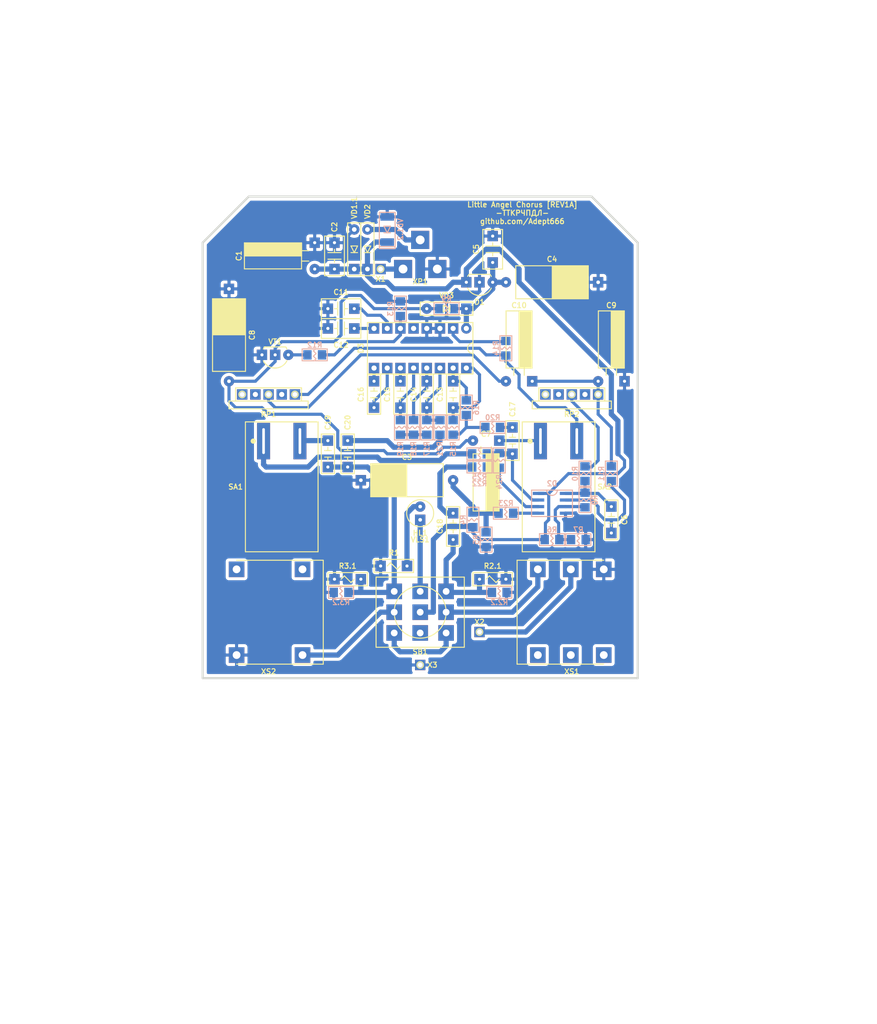
<source format=kicad_pcb>
(kicad_pcb (version 20171130) (host pcbnew 5.1.6-c6e7f7d~87~ubuntu19.10.1)
  (title_block (title "Little Angel Chorus") (date 2021-07-29) (rev 1A) (company "Igor Ivanov") (comment 1 https://github.com/Adept666) (comment 2 "This project is licensed under GNU General Public License v3.0 or later"))
  (layers (0 F.Cu jumper) (31 B.Cu signal) (36 B.SilkS user) (37 F.SilkS user) (38 B.Mask user) (44 Edge.Cuts user))
  (net 0 "")
  (net 1 COM)
  (net 2 "Net-(HL1-PadC)")
  (net 3 /LED)
  (net 4 "Net-(SB1-PadNC1)")
  (net 5 "Net-(SB1-PadNC2)")
  (net 6 "Net-(XS1-PadSN)")
  (net 7 "Net-(XS1-PadRN)")
  (net 8 "Net-(XS1-PadTN)")
  (net 9 "Net-(XS2-PadSN)")
  (net 10 "Net-(XS2-PadTN)")
  (net 11 /IN-SCH)
  (net 12 /IN-CON)
  (net 13 /OUT-SCH)
  (net 14 /OUT-CON)
  (net 15 /PP3-POS)
  (net 16 /PP3-NEG)
  (net 17 "Net-(C13-Pad1)")
  (net 18 "Net-(C11-Pad2)")
  (net 19 "Net-(C12-Pad2)")
  (net 20 "Net-(C13-Pad2)")
  (net 21 "Net-(C17-Pad2)")
  (net 22 "Net-(C19-Pad1)")
  (net 23 "Net-(D2-Pad6)")
  (net 24 "Net-(D2-Pad5)")
  (net 25 "Net-(D3-Pad6)")
  (net 26 "Net-(D3-Pad5)")
  (net 27 V)
  (net 28 "Net-(R10-Pad2)")
  (net 29 "Net-(RP1-Pad1)")
  (net 30 VB)
  (net 31 VA)
  (net 32 VC)
  (net 33 "Net-(VD2-PadA)")
  (net 34 "Net-(C10-Pad-)")
  (net 35 "Net-(C10-Pad+)")
  (net 36 "Net-(C14-Pad1)")
  (net 37 "Net-(C14-Pad2)")
  (net 38 "Net-(C15-Pad1)")
  (net 39 "Net-(C15-Pad2)")
  (net 40 "Net-(C16-Pad2)")
  (net 41 "Net-(C16-Pad1)")
  (net 42 "Net-(C17-Pad1)")
  (net 43 "Net-(C18-Pad2)")
  (net 44 "Net-(C20-Pad1)")
  (net 45 "Net-(D3-Pad2)")
  (net 46 "Net-(R12-Pad1)")
  (net 47 "Net-(R14-Pad1)")
  (net 48 "Net-(R15-Pad2)")
  (net 49 "Net-(R17-Pad2)")
  (net 50 "Net-(R25-Pad2)")
  (net 51 "Net-(RP2-Pad1)")
  (net 52 "Net-(C6-Pad1)")
  (net 53 "Net-(C6-Pad2)")
  (net 54 "Net-(C7-Pad+)")
  (net 55 "Net-(C7-Pad-)")
  (module SBEL:G0473_A1 (layer F.Cu) (at 105.41 148.59)
    (fp_text reference VE1 hide)
    (fp_text value G0473 hide)
  )
  (module SBKCL:RP-RK1233N1-KC-PCB (layer F.Cu) (at 134.62 122.08)
    (fp_text reference RP2 (at 0 12.54) (layer F.SilkS) (effects (font (thickness 0.2))))
    (fp_text value B50K)
    (pad 3 thru_hole rect (at 5.08 8.73) (size 2 2) (drill 1) (layers B.Cu B.Mask) (net 34 "Net-(C10-Pad-)"))
    (pad NC2 thru_hole rect (at 2.54 8.73) (size 2 2) (drill 1) (layers B.Cu B.Mask))
    (pad 2 thru_hole rect (at 0 8.73) (size 2 2) (drill 1) (layers B.Cu B.Mask) (net 28 "Net-(R10-Pad2)"))
    (pad NC1 thru_hole rect (at -2.54 8.73) (size 2 2) (drill 1) (layers B.Cu B.Mask))
    (pad 1 thru_hole rect (at -5.08 8.73) (size 2 2) (drill 1) (layers B.Cu B.Mask) (net 51 "Net-(RP2-Pad1)"))
  )
  (module SBKCL:RP-RK1233N1-KC-PCB (layer F.Cu) (at 76.2 122.08)
    (fp_text reference RP1 (at 0 12.54) (layer F.SilkS) (effects (font (thickness 0.2))))
    (fp_text value B50K)
    (pad 3 thru_hole rect (at 5.08 8.73) (size 2 2) (drill 1) (layers B.Cu B.Mask) (net 47 "Net-(R14-Pad1)"))
    (pad NC2 thru_hole rect (at 2.54 8.73) (size 2 2) (drill 1) (layers B.Cu B.Mask))
    (pad 2 thru_hole rect (at 0 8.73) (size 2 2) (drill 1) (layers B.Cu B.Mask) (net 35 "Net-(C10-Pad+)"))
    (pad NC1 thru_hole rect (at -2.54 8.73) (size 2 2) (drill 1) (layers B.Cu B.Mask))
    (pad 1 thru_hole rect (at -5.08 8.73) (size 2 2) (drill 1) (layers B.Cu B.Mask) (net 29 "Net-(RP1-Pad1)"))
  )
  (module KCL:P-SO-08 (layer B.Cu) (at 130.81 151.765 180)
    (fp_text reference D2 (at 0 3.81) (layer B.SilkS) (effects (font (thickness 0.2)) (justify mirror)))
    (fp_text value 5532)
    (pad 8 smd rect (at 2.6 1.905 180) (size 2.2 0.6) (layers B.Cu B.Mask) (net 27 V))
    (pad 7 smd rect (at 2.6 0.635 180) (size 2.2 0.6) (layers B.Cu B.Mask) (net 21 "Net-(C17-Pad2)"))
    (pad 6 smd rect (at 2.6 -0.635 180) (size 2.2 0.6) (layers B.Cu B.Mask) (net 23 "Net-(D2-Pad6)"))
    (pad 5 smd rect (at 2.6 -1.905 180) (size 2.2 0.6) (layers B.Cu B.Mask) (net 24 "Net-(D2-Pad5)"))
    (pad 4 smd rect (at -2.6 -1.905 180) (size 2.2 0.6) (layers B.Cu B.Mask) (net 1 COM))
    (pad 3 smd rect (at -2.6 -0.635 180) (size 2.2 0.6) (layers B.Cu B.Mask) (net 32 VC))
    (pad 2 smd rect (at -2.6 0.635 180) (size 2.2 0.6) (layers B.Cu B.Mask) (net 53 "Net-(C6-Pad2)"))
    (pad 1 smd rect (at -2.6 1.905 180) (size 2.2 0.6) (layers B.Cu B.Mask) (net 52 "Net-(C6-Pad1)"))
  )
  (module KCL:R-SM-1206 (layer B.Cu) (at 90.17 168.91)
    (fp_text reference R3.2 (at 0 1.905) (layer B.SilkS) (effects (font (thickness 0.2)) (justify mirror)))
    (fp_text value 104)
    (pad 2 smd rect (at 1.4 0) (size 1.6 1.8) (layers B.Cu B.Mask) (net 13 /OUT-SCH))
    (pad 1 smd rect (at -1.4 0) (size 1.6 1.8) (layers B.Cu B.Mask) (net 1 COM))
  )
  (module KCL:R-SM-1206 (layer B.Cu) (at 120.65 168.91 180)
    (fp_text reference R2.2 (at 0 -1.905) (layer B.SilkS) (effects (font (thickness 0.2)) (justify mirror)))
    (fp_text value 105)
    (pad 2 smd rect (at 1.4 0 180) (size 1.6 1.8) (layers B.Cu B.Mask) (net 11 /IN-SCH))
    (pad 1 smd rect (at -1.4 0 180) (size 1.6 1.8) (layers B.Cu B.Mask) (net 1 COM))
  )
  (module KCL:R-SM-1206 (layer B.Cu) (at 135.89 158.75 180)
    (fp_text reference R7 (at 0 1.905) (layer B.SilkS) (effects (font (thickness 0.2)) (justify mirror)))
    (fp_text value 473)
    (pad 2 smd rect (at 1.4 0 180) (size 1.6 1.8) (layers B.Cu B.Mask) (net 32 VC))
    (pad 1 smd rect (at -1.4 0 180) (size 1.6 1.8) (layers B.Cu B.Mask) (net 1 COM))
  )
  (module KCL:R-SM-1206 (layer B.Cu) (at 130.81 158.75 180)
    (fp_text reference R6 (at 0 1.905) (layer B.SilkS) (effects (font (thickness 0.2)) (justify mirror)))
    (fp_text value 104)
    (pad 2 smd rect (at 1.4 0 180) (size 1.6 1.8) (layers B.Cu B.Mask) (net 27 V))
    (pad 1 smd rect (at -1.4 0 180) (size 1.6 1.8) (layers B.Cu B.Mask) (net 32 VC))
  )
  (module KCL:R-SM-1206 (layer B.Cu) (at 118.11 158.75 90)
    (fp_text reference R5 (at 0 -1.905 270) (layer B.SilkS) (effects (font (thickness 0.2)) (justify mirror)))
    (fp_text value 103)
    (pad 2 smd rect (at 1.4 0 90) (size 1.6 1.8) (layers B.Cu B.Mask) (net 30 VB))
    (pad 1 smd rect (at -1.4 0 90) (size 1.6 1.8) (layers B.Cu B.Mask) (net 1 COM))
  )
  (module KCL:R-SM-1206 (layer B.Cu) (at 115.57 154.94 270)
    (fp_text reference R4 (at 0 1.905 90) (layer B.SilkS) (effects (font (thickness 0.2)) (justify mirror)))
    (fp_text value 103)
    (pad 2 smd rect (at 1.4 0 270) (size 1.6 1.8) (layers B.Cu B.Mask) (net 27 V))
    (pad 1 smd rect (at -1.4 0 270) (size 1.6 1.8) (layers B.Cu B.Mask) (net 30 VB))
  )
  (module KCL:CP-AXIAL-D06-L13-d0.6 (layer F.Cu) (at 102.87 147.32 180)
    (fp_text reference C3 (at 0 4.445) (layer F.SilkS) (effects (font (thickness 0.2))))
    (fp_text value 476)
    (pad - thru_hole rect (at 8.89 0 180) (size 2 2) (drill 0.7) (layers *.Cu *.Mask) (net 1 COM))
    (pad + thru_hole circle (at -8.89 0 180) (size 2 2) (drill 0.7) (layers *.Cu *.Mask) (net 30 VB))
  )
  (module KCL:SW-KN3-1-PCB (layer F.Cu) (at 132.08 148.59)
    (fp_text reference SA2 (at 8.89 0) (layer F.SilkS) (effects (font (thickness 0.2))))
    (fp_text value KN3-1)
    (pad NO thru_hole rect (at 3.5 -8.8) (size 2.5 7) (drill oval 0.5 5) (layers B.Cu B.Mask) (net 47 "Net-(R14-Pad1)"))
    (pad COM thru_hole rect (at -3.5 -8.8) (size 2.5 7) (drill oval 0.5 5) (layers B.Cu B.Mask) (net 55 "Net-(C7-Pad-)"))
  )
  (module KCL:SW-KN3-1-PCB (layer F.Cu) (at 78.74 148.59)
    (fp_text reference SA1 (at -8.89 0) (layer F.SilkS) (effects (font (thickness 0.2))))
    (fp_text value KN3-1)
    (pad NO thru_hole rect (at 3.5 -8.8) (size 2.5 7) (drill oval 0.5 5) (layers B.Cu B.Mask) (net 22 "Net-(C19-Pad1)"))
    (pad COM thru_hole rect (at -3.5 -8.8) (size 2.5 7) (drill oval 0.5 5) (layers B.Cu B.Mask) (net 50 "Net-(R25-Pad2)"))
  )
  (module KCL:CP-RADIAL-D05.0-P02.0-d0.5-L11-HD (layer F.Cu) (at 118.11 139.7)
    (fp_text reference C7 (at 0 -1.27) (layer F.SilkS) (effects (font (thickness 0.2))))
    (fp_text value 106)
    (pad + thru_hole circle (at -2.54 0) (size 2 2) (drill 0.6) (layers *.Cu *.Mask) (net 54 "Net-(C7-Pad+)"))
    (pad - thru_hole rect (at 2.54 0) (size 2 2) (drill 0.6) (layers *.Cu *.Mask) (net 55 "Net-(C7-Pad-)"))
  )
  (module KCL:P-DO-41 (layer F.Cu) (at 95.25 102.87 270)
    (fp_text reference VD2 (at -5.715 0 90) (layer F.SilkS) (effects (font (thickness 0.2)) (justify left)))
    (fp_text value 5817)
    (pad A thru_hole circle (at -3.81 0 270) (size 2 2) (drill 0.9) (layers *.Cu *.Mask) (net 33 "Net-(VD2-PadA)"))
    (pad C thru_hole rect (at 3.81 0 270) (size 2 2) (drill 0.9) (layers *.Cu *.Mask) (net 27 V))
  )
  (module KCL:P-TO-92-C-B-E (layer F.Cu) (at 77.47 123.19 180)
    (fp_text reference VT1 (at 0 2.54) (layer F.SilkS) (effects (font (thickness 0.2))))
    (fp_text value 3904)
    (pad E thru_hole rect (at 2.54 0 180) (size 2 2) (drill 0.6) (layers *.Cu *.Mask) (net 1 COM))
    (pad B thru_hole rect (at 0 0 180) (size 2 2) (drill 0.6) (layers *.Cu *.Mask) (net 54 "Net-(C7-Pad+)"))
    (pad C thru_hole circle (at -2.54 0 180) (size 2 2) (drill 0.6) (layers *.Cu *.Mask) (net 46 "Net-(R12-Pad1)"))
  )
  (module KCL:P-DO-35 (layer F.Cu) (at 110.49 114.3)
    (fp_text reference VD3 (at 0 -2.54) (layer F.SilkS) (effects (font (thickness 0.2))))
    (fp_text value 4148)
    (pad A thru_hole circle (at -3.81 0) (size 2 2) (drill 0.6) (layers *.Cu *.Mask) (net 54 "Net-(C7-Pad+)"))
    (pad C thru_hole rect (at 3.81 0) (size 2 2) (drill 0.6) (layers *.Cu *.Mask) (net 31 VA))
  )
  (module KCL:R-SM-1206 (layer B.Cu) (at 137.16 146.05 90)
    (fp_text reference R10 (at 0 -1.905 90) (layer B.SilkS) (effects (font (thickness 0.2)) (justify mirror)))
    (fp_text value 472)
    (pad 2 smd rect (at 1.4 0 90) (size 1.6 1.8) (layers B.Cu B.Mask) (net 28 "Net-(R10-Pad2)"))
    (pad 1 smd rect (at -1.4 0 90) (size 1.6 1.8) (layers B.Cu B.Mask) (net 52 "Net-(C6-Pad1)"))
  )
  (module KCL:R-SM-1206 (layer B.Cu) (at 142.24 146.05 90)
    (fp_text reference R11 (at 0 -1.905 90) (layer B.SilkS) (effects (font (thickness 0.2)) (justify mirror)))
    (fp_text value 224)
    (pad 2 smd rect (at 1.4 0 90) (size 1.6 1.8) (layers B.Cu B.Mask) (net 34 "Net-(C10-Pad-)"))
    (pad 1 smd rect (at -1.4 0 90) (size 1.6 1.8) (layers B.Cu B.Mask) (net 53 "Net-(C6-Pad2)"))
  )
  (module KCL:R-SM-1206 (layer B.Cu) (at 121.92 121.92 90)
    (fp_text reference R14 (at 0 -1.905 90) (layer B.SilkS) (effects (font (thickness 0.2)) (justify mirror)))
    (fp_text value 333)
    (pad 2 smd rect (at 1.4 0 90) (size 1.6 1.8) (layers B.Cu B.Mask) (net 45 "Net-(D3-Pad2)"))
    (pad 1 smd rect (at -1.4 0 90) (size 1.6 1.8) (layers B.Cu B.Mask) (net 47 "Net-(R14-Pad1)"))
  )
  (module KCL:R-SM-1206 (layer B.Cu) (at 121.92 153.67)
    (fp_text reference R23 (at 0 -1.905) (layer B.SilkS) (effects (font (thickness 0.2)) (justify mirror)))
    (fp_text value 334)
    (pad 2 smd rect (at 1.4 0) (size 1.6 1.8) (layers B.Cu B.Mask) (net 24 "Net-(D2-Pad5)"))
    (pad 1 smd rect (at -1.4 0) (size 1.6 1.8) (layers B.Cu B.Mask) (net 30 VB))
  )
  (module KCL:R-SM-1206 (layer B.Cu) (at 101.6 114.3 270)
    (fp_text reference R13 (at 0 1.905 90) (layer B.SilkS) (effects (font (thickness 0.2)) (justify mirror)))
    (fp_text value 222)
    (pad 2 smd rect (at 1.4 0 270) (size 1.6 1.8) (layers B.Cu B.Mask) (net 25 "Net-(D3-Pad6)"))
    (pad 1 smd rect (at -1.4 0 270) (size 1.6 1.8) (layers B.Cu B.Mask) (net 1 COM))
  )
  (module KCL:R-SM-1206 (layer B.Cu) (at 110.49 114.3)
    (fp_text reference R9 (at 0 -1.905) (layer B.SilkS) (effects (font (thickness 0.2)) (justify mirror)))
    (fp_text value 683)
    (pad 2 smd rect (at 1.4 0) (size 1.6 1.8) (layers B.Cu B.Mask) (net 31 VA))
    (pad 1 smd rect (at -1.4 0) (size 1.6 1.8) (layers B.Cu B.Mask) (net 54 "Net-(C7-Pad+)"))
  )
  (module KCL:CP-RADIAL-D05.0-P02.0-d0.5-L11-HU (layer F.Cu) (at 142.24 128.27)
    (fp_text reference C9 (at 0 -14.605) (layer F.SilkS) (effects (font (thickness 0.2))))
    (fp_text value 106)
    (pad + thru_hole circle (at -2.54 0) (size 2 2) (drill 0.6) (layers *.Cu *.Mask) (net 34 "Net-(C10-Pad-)"))
    (pad - thru_hole rect (at 2.54 0) (size 2 2) (drill 0.6) (layers *.Cu *.Mask) (net 1 COM))
  )
  (module KCL:CP-RADIAL-D05.0-P02.0-d0.5-L11-HU (layer F.Cu) (at 124.46 128.27)
    (fp_text reference C10 (at 0 -14.605) (layer F.SilkS) (effects (font (thickness 0.2))))
    (fp_text value 106)
    (pad + thru_hole circle (at -2.54 0) (size 2 2) (drill 0.6) (layers *.Cu *.Mask) (net 35 "Net-(C10-Pad+)"))
    (pad - thru_hole rect (at 2.54 0) (size 2 2) (drill 0.6) (layers *.Cu *.Mask) (net 34 "Net-(C10-Pad-)"))
  )
  (module KCL:CP-AXIAL-D06-L13-d0.6 (layer F.Cu) (at 68.58 119.38 90)
    (fp_text reference C8 (at 0 4.445 90) (layer F.SilkS) (effects (font (thickness 0.2))))
    (fp_text value 476)
    (pad - thru_hole rect (at 8.89 0 90) (size 2 2) (drill 0.7) (layers *.Cu *.Mask) (net 1 COM))
    (pad + thru_hole circle (at -8.89 0 90) (size 2 2) (drill 0.7) (layers *.Cu *.Mask) (net 54 "Net-(C7-Pad+)"))
  )
  (module KCL:C-RECT-L07.3-W02.5-P05.08-d0.5 (layer F.Cu) (at 87.63 142.24 270)
    (fp_text reference C19 (at -4.445 0 90) (layer F.SilkS) (effects (font (thickness 0.2)) (justify left)))
    (fp_text value 104)
    (pad 1 thru_hole rect (at -2.54 0 270) (size 2 2) (drill 0.6) (layers B.Cu B.Mask) (net 22 "Net-(C19-Pad1)"))
    (pad 2 thru_hole rect (at 2.54 0 270) (size 2 2) (drill 0.6) (layers B.Cu B.Mask) (net 13 /OUT-SCH))
  )
  (module KCL:C-RECT-L07.3-W02.5-P05.08-d0.5 (layer F.Cu) (at 142.24 154.94 270)
    (fp_text reference C6 (at 0 -2.54 90) (layer F.SilkS) (effects (font (thickness 0.2))))
    (fp_text value 103)
    (pad 1 thru_hole rect (at -2.54 0 270) (size 2 2) (drill 0.6) (layers B.Cu B.Mask) (net 52 "Net-(C6-Pad1)"))
    (pad 2 thru_hole rect (at 2.54 0 270) (size 2 2) (drill 0.6) (layers B.Cu B.Mask) (net 53 "Net-(C6-Pad2)"))
  )
  (module KCL:C-RECT-L07.3-W02.5-P05.08-d0.5 (layer F.Cu) (at 91.44 142.24 270)
    (fp_text reference C20 (at -4.445 0 90) (layer F.SilkS) (effects (font (thickness 0.2)) (justify left)))
    (fp_text value 104)
    (pad 1 thru_hole rect (at -2.54 0 270) (size 2 2) (drill 0.6) (layers B.Cu B.Mask) (net 44 "Net-(C20-Pad1)"))
    (pad 2 thru_hole rect (at 2.54 0 270) (size 2 2) (drill 0.6) (layers B.Cu B.Mask) (net 13 /OUT-SCH))
  )
  (module KCL:C-RECT-L07.3-W02.5-P05.08-d0.5 (layer F.Cu) (at 123.19 139.7 270)
    (fp_text reference C17 (at -4.445 0 90) (layer F.SilkS) (effects (font (thickness 0.2)) (justify left)))
    (fp_text value 104)
    (pad 1 thru_hole rect (at -2.54 0 270) (size 2 2) (drill 0.6) (layers B.Cu B.Mask) (net 42 "Net-(C17-Pad1)"))
    (pad 2 thru_hole rect (at 2.54 0 270) (size 2 2) (drill 0.6) (layers B.Cu B.Mask) (net 21 "Net-(C17-Pad2)"))
  )
  (module KCL:P-DO-41 (layer F.Cu) (at 92.71 102.87 270)
    (fp_text reference VD1.1 (at -5.715 0 90) (layer F.SilkS) (effects (font (thickness 0.2)) (justify left)))
    (fp_text value 400x)
    (pad A thru_hole circle (at -3.81 0 270) (size 2 2) (drill 0.9) (layers *.Cu *.Mask) (net 1 COM))
    (pad C thru_hole rect (at 3.81 0 270) (size 2 2) (drill 0.9) (layers *.Cu *.Mask) (net 27 V))
  )
  (module KCL:R-SM-1206 (layer B.Cu) (at 85.09 123.19)
    (fp_text reference R12 (at 0 -1.905) (layer B.SilkS) (effects (font (thickness 0.2)) (justify mirror)))
    (fp_text value 101)
    (pad 2 smd rect (at 1.4 0) (size 1.6 1.8) (layers B.Cu B.Mask) (net 25 "Net-(D3-Pad6)"))
    (pad 1 smd rect (at -1.4 0) (size 1.6 1.8) (layers B.Cu B.Mask) (net 46 "Net-(R12-Pad1)"))
  )
  (module KCL:R-SM-1206 (layer B.Cu) (at 137.16 151.13 90)
    (fp_text reference R8 (at 0 1.905 90) (layer B.SilkS) (effects (font (thickness 0.2)) (justify mirror)))
    (fp_text value 224)
    (pad 2 smd rect (at 1.4 0 90) (size 1.6 1.8) (layers B.Cu B.Mask) (net 52 "Net-(C6-Pad1)"))
    (pad 1 smd rect (at -1.4 0 90) (size 1.6 1.8) (layers B.Cu B.Mask) (net 32 VC))
  )
  (module KCL:R-SM-1206 (layer B.Cu) (at 109.22 137.16 270)
    (fp_text reference R21 (at 2.54 0 90) (layer B.SilkS) (effects (font (thickness 0.2)) (justify left mirror)))
    (fp_text value 103)
    (pad 2 smd rect (at 1.4 0 270) (size 1.6 1.8) (layers B.Cu B.Mask) (net 44 "Net-(C20-Pad1)"))
    (pad 1 smd rect (at -1.4 0 270) (size 1.6 1.8) (layers B.Cu B.Mask) (net 36 "Net-(C14-Pad1)"))
  )
  (module KCL:R-SM-1206 (layer B.Cu) (at 116.84 142.24 180)
    (fp_text reference R25 (at 0 -4.445) (layer B.SilkS) (effects (font (thickness 0.2)) (justify mirror)))
    (fp_text value 103)
    (pad 2 smd rect (at 1.4 0 180) (size 1.6 1.8) (layers B.Cu B.Mask) (net 50 "Net-(R25-Pad2)"))
    (pad 1 smd rect (at -1.4 0 180) (size 1.6 1.8) (layers B.Cu B.Mask) (net 21 "Net-(C17-Pad2)"))
  )
  (module KCL:R-SM-1206 (layer B.Cu) (at 119.38 137.16)
    (fp_text reference R20 (at 0 -1.905) (layer B.SilkS) (effects (font (thickness 0.2)) (justify mirror)))
    (fp_text value 103)
    (pad 2 smd rect (at 1.4 0) (size 1.6 1.8) (layers B.Cu B.Mask) (net 42 "Net-(C17-Pad1)"))
    (pad 1 smd rect (at -1.4 0) (size 1.6 1.8) (layers B.Cu B.Mask) (net 48 "Net-(R15-Pad2)"))
  )
  (module KCL:R-SM-1206 (layer B.Cu) (at 101.6 137.16 270)
    (fp_text reference R19 (at 2.54 0 90) (layer B.SilkS) (effects (font (thickness 0.2)) (justify left mirror)))
    (fp_text value 103)
    (pad 2 smd rect (at 1.4 0 270) (size 1.6 1.8) (layers B.Cu B.Mask) (net 49 "Net-(R17-Pad2)"))
    (pad 1 smd rect (at -1.4 0 270) (size 1.6 1.8) (layers B.Cu B.Mask) (net 38 "Net-(C15-Pad1)"))
  )
  (module KCL:R-SM-1206 (layer B.Cu) (at 104.14 137.16 270)
    (fp_text reference R18 (at 2.54 0 90) (layer B.SilkS) (effects (font (thickness 0.2)) (justify left mirror)))
    (fp_text value 103)
    (pad 2 smd rect (at 1.4 0 270) (size 1.6 1.8) (layers B.Cu B.Mask) (net 49 "Net-(R17-Pad2)"))
    (pad 1 smd rect (at -1.4 0 270) (size 1.6 1.8) (layers B.Cu B.Mask) (net 37 "Net-(C14-Pad2)"))
  )
  (module KCL:R-SM-1206 (layer B.Cu) (at 106.68 137.16 270)
    (fp_text reference R17 (at 2.54 0 90) (layer B.SilkS) (effects (font (thickness 0.2)) (justify left mirror)))
    (fp_text value 103)
    (pad 2 smd rect (at 1.4 0 270) (size 1.6 1.8) (layers B.Cu B.Mask) (net 49 "Net-(R17-Pad2)"))
    (pad 1 smd rect (at -1.4 0 270) (size 1.6 1.8) (layers B.Cu B.Mask) (net 36 "Net-(C14-Pad1)"))
  )
  (module KCL:R-SM-1206 (layer B.Cu) (at 114.3 133.35 270)
    (fp_text reference R16 (at 0 -1.905 90) (layer B.SilkS) (effects (font (thickness 0.2)) (justify mirror)))
    (fp_text value 103)
    (pad 2 smd rect (at 1.4 0 270) (size 1.6 1.8) (layers B.Cu B.Mask) (net 48 "Net-(R15-Pad2)"))
    (pad 1 smd rect (at -1.4 0 270) (size 1.6 1.8) (layers B.Cu B.Mask) (net 20 "Net-(C13-Pad2)"))
  )
  (module KCL:R-SM-1206 (layer B.Cu) (at 111.76 137.16 270)
    (fp_text reference R15 (at 2.54 0 90) (layer B.SilkS) (effects (font (thickness 0.2)) (justify left mirror)))
    (fp_text value 103)
    (pad 2 smd rect (at 1.4 0 270) (size 1.6 1.8) (layers B.Cu B.Mask) (net 48 "Net-(R15-Pad2)"))
    (pad 1 smd rect (at -1.4 0 270) (size 1.6 1.8) (layers B.Cu B.Mask) (net 17 "Net-(C13-Pad1)"))
  )
  (module KCL:R-SM-1206 (layer B.Cu) (at 120.65 143.51 90)
    (fp_text reference R24 (at -2.54 0 90) (layer B.SilkS) (effects (font (thickness 0.2)) (justify left mirror)))
    (fp_text value 105)
    (pad 2 smd rect (at 1.4 0 90) (size 1.6 1.8) (layers B.Cu B.Mask) (net 21 "Net-(C17-Pad2)"))
    (pad 1 smd rect (at -1.4 0 90) (size 1.6 1.8) (layers B.Cu B.Mask) (net 23 "Net-(D2-Pad6)"))
  )
  (module KCL:R-SM-1206 (layer B.Cu) (at 116.84 144.78)
    (fp_text reference R22 (at 0 3.175) (layer B.SilkS) (effects (font (thickness 0.2)) (justify mirror)))
    (fp_text value 474)
    (pad 2 smd rect (at 1.4 0) (size 1.6 1.8) (layers B.Cu B.Mask) (net 23 "Net-(D2-Pad6)"))
    (pad 1 smd rect (at -1.4 0) (size 1.6 1.8) (layers B.Cu B.Mask) (net 43 "Net-(C18-Pad2)"))
  )
  (module KCL:P-DIP-16 (layer F.Cu) (at 105.41 121.92 270)
    (fp_text reference D3 (at 0 11.43 90) (layer F.SilkS) (effects (font (thickness 0.2))))
    (fp_text value 2399)
    (pad 10 thru_hole rect (at 3.81 6.35 270) (size 2 2) (drill 1) (layers *.Cu *.Mask) (net 41 "Net-(C16-Pad1)"))
    (pad 9 thru_hole rect (at 3.81 8.89 270) (size 2 2) (drill 1) (layers *.Cu *.Mask) (net 40 "Net-(C16-Pad2)"))
    (pad 12 thru_hole rect (at 3.81 1.27 270) (size 2 2) (drill 1) (layers *.Cu *.Mask) (net 38 "Net-(C15-Pad1)"))
    (pad 11 thru_hole rect (at 3.81 3.81 270) (size 2 2) (drill 1) (layers *.Cu *.Mask) (net 39 "Net-(C15-Pad2)"))
    (pad 8 thru_hole rect (at -3.81 8.89 270) (size 2 2) (drill 1) (layers *.Cu *.Mask) (net 19 "Net-(C12-Pad2)"))
    (pad 6 thru_hole rect (at -3.81 3.81 270) (size 2 2) (drill 1) (layers *.Cu *.Mask) (net 25 "Net-(D3-Pad6)"))
    (pad 7 thru_hole rect (at -3.81 6.35 270) (size 2 2) (drill 1) (layers *.Cu *.Mask) (net 18 "Net-(C11-Pad2)"))
    (pad 5 thru_hole rect (at -3.81 1.27 270) (size 2 2) (drill 1) (layers *.Cu *.Mask) (net 26 "Net-(D3-Pad5)"))
    (pad 16 thru_hole rect (at 3.81 -8.89 270) (size 2 2) (drill 1) (layers *.Cu *.Mask) (net 17 "Net-(C13-Pad1)"))
    (pad 15 thru_hole rect (at 3.81 -6.35 270) (size 2 2) (drill 1) (layers *.Cu *.Mask) (net 20 "Net-(C13-Pad2)"))
    (pad 14 thru_hole rect (at 3.81 -3.81 270) (size 2 2) (drill 1) (layers *.Cu *.Mask) (net 36 "Net-(C14-Pad1)"))
    (pad 13 thru_hole rect (at 3.81 -1.27 270) (size 2 2) (drill 1) (layers *.Cu *.Mask) (net 37 "Net-(C14-Pad2)"))
    (pad 4 thru_hole rect (at -3.81 -1.27 270) (size 2 2) (drill 1) (layers *.Cu *.Mask) (net 1 COM))
    (pad 3 thru_hole rect (at -3.81 -3.81 270) (size 2 2) (drill 1) (layers *.Cu *.Mask) (net 1 COM))
    (pad 2 thru_hole rect (at -3.81 -6.35 270) (size 2 2) (drill 1) (layers *.Cu *.Mask) (net 45 "Net-(D3-Pad2)"))
    (pad 1 thru_hole circle (at -3.81 -8.89 270) (size 2 2) (drill 1) (layers *.Cu *.Mask) (net 31 VA))
  )
  (module KCL:P-TO-92-OUT-GND-IN (layer F.Cu) (at 116.84 109.22 180)
    (fp_text reference D1 (at 0 -3.81) (layer F.SilkS) (effects (font (thickness 0.2))))
    (fp_text value 78L05)
    (pad IN thru_hole rect (at 2.54 0 180) (size 2 2) (drill 0.6) (layers *.Cu *.Mask) (net 27 V))
    (pad GND thru_hole rect (at 0 0 180) (size 2 2) (drill 0.6) (layers *.Cu *.Mask) (net 1 COM))
    (pad OUT thru_hole circle (at -2.54 0 180) (size 2 2) (drill 0.6) (layers *.Cu *.Mask) (net 31 VA))
  )
  (module KCL:C-DISK-D04.2-T03.0-P05.08-d0.5 (layer F.Cu) (at 119.38 102.87 90)
    (fp_text reference C5 (at 0 -3.175 90) (layer F.SilkS) (effects (font (thickness 0.2))))
    (fp_text value 104)
    (pad 1 thru_hole rect (at -2.54 0 90) (size 2 2) (drill 0.6) (layers *.Cu *.Mask) (net 31 VA))
    (pad 2 thru_hole rect (at 2.54 0 90) (size 2 2) (drill 0.6) (layers *.Cu *.Mask) (net 1 COM))
  )
  (module KCL:CP-AXIAL-D06-L13-d0.6 (layer F.Cu) (at 130.81 109.22)
    (fp_text reference C4 (at 0 -4.445) (layer F.SilkS) (effects (font (thickness 0.2))))
    (fp_text value 476)
    (pad - thru_hole rect (at 8.89 0) (size 2 2) (drill 0.7) (layers *.Cu *.Mask) (net 1 COM))
    (pad + thru_hole circle (at -8.89 0) (size 2 2) (drill 0.7) (layers *.Cu *.Mask) (net 31 VA))
  )
  (module KCL:C-RECT-L07.3-W02.5-P05.08-d0.5 (layer F.Cu) (at 106.68 130.81 90)
    (fp_text reference C14 (at 0 -2.54 90) (layer F.SilkS) (effects (font (thickness 0.2))))
    (fp_text value 102)
    (pad 1 thru_hole rect (at -2.54 0 90) (size 2 2) (drill 0.6) (layers B.Cu B.Mask) (net 36 "Net-(C14-Pad1)"))
    (pad 2 thru_hole rect (at 2.54 0 90) (size 2 2) (drill 0.6) (layers B.Cu B.Mask) (net 37 "Net-(C14-Pad2)"))
  )
  (module KCL:C-RECT-L07.3-W02.5-P05.08-d0.5 (layer F.Cu) (at 111.76 130.81 90)
    (fp_text reference C13 (at 0 -2.54 90) (layer F.SilkS) (effects (font (thickness 0.2))))
    (fp_text value 332)
    (pad 1 thru_hole rect (at -2.54 0 90) (size 2 2) (drill 0.6) (layers B.Cu B.Mask) (net 17 "Net-(C13-Pad1)"))
    (pad 2 thru_hole rect (at 2.54 0 90) (size 2 2) (drill 0.6) (layers B.Cu B.Mask) (net 20 "Net-(C13-Pad2)"))
  )
  (module KCL:C-RECT-L07.3-W02.5-P05.08-d0.5 (layer F.Cu) (at 96.52 130.81 90)
    (fp_text reference C16 (at 0 -2.54 90) (layer F.SilkS) (effects (font (thickness 0.2))))
    (fp_text value 103)
    (pad 1 thru_hole rect (at -2.54 0 90) (size 2 2) (drill 0.6) (layers B.Cu B.Mask) (net 41 "Net-(C16-Pad1)"))
    (pad 2 thru_hole rect (at 2.54 0 90) (size 2 2) (drill 0.6) (layers B.Cu B.Mask) (net 40 "Net-(C16-Pad2)"))
  )
  (module KCL:C-RECT-L07.3-W02.5-P05.08-d0.5 (layer F.Cu) (at 101.6 130.81 90)
    (fp_text reference C15 (at 0 -2.54 90) (layer F.SilkS) (effects (font (thickness 0.2))))
    (fp_text value 103)
    (pad 1 thru_hole rect (at -2.54 0 90) (size 2 2) (drill 0.6) (layers B.Cu B.Mask) (net 38 "Net-(C15-Pad1)"))
    (pad 2 thru_hole rect (at 2.54 0 90) (size 2 2) (drill 0.6) (layers B.Cu B.Mask) (net 39 "Net-(C15-Pad2)"))
  )
  (module KCL:C-RECT-L07.3-W02.5-P05.08-d0.5 (layer F.Cu) (at 111.76 156.21 90)
    (fp_text reference C18 (at 0 -2.54 90) (layer F.SilkS) (effects (font (thickness 0.2))))
    (fp_text value 104)
    (pad 1 thru_hole rect (at -2.54 0 90) (size 2 2) (drill 0.6) (layers B.Cu B.Mask) (net 11 /IN-SCH))
    (pad 2 thru_hole rect (at 2.54 0 90) (size 2 2) (drill 0.6) (layers B.Cu B.Mask) (net 43 "Net-(C18-Pad2)"))
  )
  (module KCL:C-DISK-D04.2-T03.0-P05.08-d0.5 (layer F.Cu) (at 90.17 118.11)
    (fp_text reference C12 (at 0 3.175) (layer F.SilkS) (effects (font (thickness 0.2))))
    (fp_text value 104)
    (pad 1 thru_hole rect (at -2.54 0) (size 2 2) (drill 0.6) (layers *.Cu *.Mask) (net 1 COM))
    (pad 2 thru_hole rect (at 2.54 0) (size 2 2) (drill 0.6) (layers *.Cu *.Mask) (net 19 "Net-(C12-Pad2)"))
  )
  (module KCL:C-DISK-D04.2-T03.0-P05.08-d0.5 (layer F.Cu) (at 90.17 114.3)
    (fp_text reference C11 (at 0 -3.175) (layer F.SilkS) (effects (font (thickness 0.2))))
    (fp_text value 104)
    (pad 1 thru_hole rect (at -2.54 0) (size 2 2) (drill 0.6) (layers *.Cu *.Mask) (net 1 COM))
    (pad 2 thru_hole rect (at 2.54 0) (size 2 2) (drill 0.6) (layers *.Cu *.Mask) (net 18 "Net-(C11-Pad2)"))
  )
  (module KCL:R-MFR-12 (layer F.Cu) (at 91.44 166.37)
    (fp_text reference R3.1 (at 0 -2.54) (layer F.SilkS) (effects (font (thickness 0.2))))
    (fp_text value 104)
    (pad 1 thru_hole rect (at -2.54 0) (size 2 2) (drill 0.6) (layers *.Cu *.Mask) (net 1 COM))
    (pad 2 thru_hole rect (at 2.54 0) (size 2 2) (drill 0.6) (layers *.Cu *.Mask) (net 13 /OUT-SCH))
  )
  (module KCL:CON-PAD-S-1.0-2.0 (layer F.Cu) (at 105.41 182.88)
    (fp_text reference X3 (at 1.27 0) (layer F.SilkS) (effects (font (thickness 0.2)) (justify left)))
    (fp_text value COM)
    (pad 1 thru_hole rect (at 0 0) (size 2 2) (drill 1) (layers B.Cu B.Mask) (net 1 COM))
  )
  (module KCL:R-MFR-12 (layer F.Cu) (at 119.38 166.37 180)
    (fp_text reference R2.1 (at 0 2.54) (layer F.SilkS) (effects (font (thickness 0.2))))
    (fp_text value 105)
    (pad 1 thru_hole rect (at -2.54 0 180) (size 2 2) (drill 0.6) (layers *.Cu *.Mask) (net 1 COM))
    (pad 2 thru_hole rect (at 2.54 0 180) (size 2 2) (drill 0.6) (layers *.Cu *.Mask) (net 11 /IN-SCH))
  )
  (module KCL:C-DISK-D04.2-T03.0-P05.08-d0.5 (layer F.Cu) (at 88.9 104.14 90)
    (fp_text reference C2 (at 4.445 0 90) (layer F.SilkS) (effects (font (thickness 0.2)) (justify left)))
    (fp_text value 104)
    (pad 1 thru_hole rect (at -2.54 0 90) (size 2 2) (drill 0.6) (layers *.Cu *.Mask) (net 27 V))
    (pad 2 thru_hole rect (at 2.54 0 90) (size 2 2) (drill 0.6) (layers *.Cu *.Mask) (net 1 COM))
  )
  (module KCL:CP-RADIAL-D05.0-P02.0-d0.5-L11-HU (layer F.Cu) (at 85.09 104.14 90)
    (fp_text reference C1 (at 0 -14.605 90) (layer F.SilkS) (effects (font (thickness 0.2))))
    (fp_text value 107)
    (pad + thru_hole circle (at -2.54 0 90) (size 2 2) (drill 0.6) (layers *.Cu *.Mask) (net 27 V))
    (pad - thru_hole rect (at 2.54 0 90) (size 2 2) (drill 0.6) (layers *.Cu *.Mask) (net 1 COM))
  )
  (module KCL:B-PP3-HV (layer F.Cu) (at 105.41 195.58)
    (fp_text reference GB1 hide)
    (fp_text value PP3 hide)
  )
  (module KCL:CON-NYS-2152 (layer F.Cu) (at 66.04 172.72 270)
    (fp_text reference XS2 (at 11.43 -10.16 180) (layer F.SilkS) (effects (font (thickness 0.2))))
    (fp_text value NYS2152)
    (pad S thru_hole rect (at 8.25 -4 270) (size 3 3) (drill 1.5) (layers B.Cu B.Mask) (net 1 COM))
    (pad T thru_hole rect (at 8.25 -16.7 270) (size 3 3) (drill 1.5) (layers B.Cu B.Mask) (net 14 /OUT-CON))
    (pad SN thru_hole rect (at -8.25 -4 270) (size 3 3) (drill 1.5) (layers B.Cu B.Mask) (net 9 "Net-(XS2-PadSN)"))
    (pad TN thru_hole rect (at -8.25 -16.7 270) (size 3 3) (drill 1.5) (layers B.Cu B.Mask) (net 10 "Net-(XS2-PadTN)"))
  )
  (module KCL:CON-NYS-215 (layer F.Cu) (at 144.78 172.72 90)
    (fp_text reference XS1 (at -11.43 -10.16 180) (layer F.SilkS) (effects (font (thickness 0.2))))
    (fp_text value NYS215)
    (pad S thru_hole rect (at 8.25 -4 90) (size 3 3) (drill 1.5) (layers B.Cu B.Mask) (net 1 COM))
    (pad R thru_hole rect (at 8.25 -10.35 90) (size 3 3) (drill 1.5) (layers B.Cu B.Mask) (net 16 /PP3-NEG))
    (pad T thru_hole rect (at 8.25 -16.7 90) (size 3 3) (drill 1.5) (layers B.Cu B.Mask) (net 12 /IN-CON))
    (pad SN thru_hole rect (at -8.25 -4 90) (size 3 3) (drill 1.5) (layers B.Cu B.Mask) (net 6 "Net-(XS1-PadSN)"))
    (pad RN thru_hole rect (at -8.25 -10.35 90) (size 3 3) (drill 1.5) (layers B.Cu B.Mask) (net 7 "Net-(XS1-PadRN)"))
    (pad TN thru_hole rect (at -8.25 -16.7 90) (size 3 3) (drill 1.5) (layers B.Cu B.Mask) (net 8 "Net-(XS1-PadTN)"))
  )
  (module KCL:P-SOD-87 (layer B.Cu) (at 99.06 99.06 270)
    (fp_text reference VD1.2 (at 0 -2.54 90) (layer B.SilkS) (effects (font (thickness 0.2)) (justify mirror)))
    (fp_text value 4001)
    (pad C smd rect (at 2.425 0 270) (size 1.45 2.6) (layers B.Cu B.Mask) (net 27 V))
    (pad A smd rect (at -2.425 0 270) (size 1.45 2.6) (layers B.Cu B.Mask) (net 1 COM))
  )
  (module KCL:CON-PAD-S-1.0-2.0 (layer F.Cu) (at 116.84 176.53)
    (fp_text reference X2 (at 0 -1.905) (layer F.SilkS) (effects (font (thickness 0.2))))
    (fp_text value -)
    (pad 1 thru_hole rect (at 0 0) (size 2 2) (drill 1) (layers B.Cu B.Mask) (net 16 /PP3-NEG))
  )
  (module KCL:R-MFR-12 (layer F.Cu) (at 100.33 163.83)
    (fp_text reference R1 (at 0 -2.54) (layer F.SilkS) (effects (font (thickness 0.2))))
    (fp_text value 103)
    (pad 1 thru_hole rect (at -2.54 0) (size 2 2) (drill 0.6) (layers *.Cu *.Mask) (net 1 COM))
    (pad 2 thru_hole rect (at 2.54 0) (size 2 2) (drill 0.6) (layers *.Cu *.Mask) (net 2 "Net-(HL1-PadC)"))
  )
  (module KCL:LED-ROUND-05.0-UNI-SH-SPACER (layer F.Cu) (at 105.41 153.67 270)
    (fp_text reference HL1 (at 3.81 0 180) (layer F.SilkS) (effects (font (thickness 0.2))))
    (fp_text value FYL-5013UWC)
    (pad C thru_hole circle (at -1.27 0 270) (size 2 2) (drill 0.7) (layers B.Cu B.Mask) (net 2 "Net-(HL1-PadC)"))
    (pad A thru_hole rect (at 1.27 0 270) (size 2 2) (drill 0.7) (layers B.Cu B.Mask) (net 3 /LED))
  )
  (module KCL:CON-PAD-S-1.0-2.0 (layer F.Cu) (at 97.79 106.68)
    (fp_text reference X1 (at 0 1.905) (layer F.SilkS) (effects (font (thickness 0.2))))
    (fp_text value +)
    (pad 1 thru_hole rect (at 0 0) (size 2 2) (drill 1) (layers B.Cu B.Mask) (net 15 /PP3-POS))
  )
  (module KCL:SW-PBS-24-302SP (layer F.Cu) (at 105.41 172.72)
    (fp_text reference SB1 (at 0 7.62) (layer F.SilkS) (effects (font (thickness 0.2))))
    (fp_text value PBS-24-302SP)
    (pad COM3 thru_hole rect (at 5 0) (size 3 3) (drill 1.3) (layers B.Cu B.Mask) (net 12 /IN-CON))
    (pad NC3 thru_hole rect (at 5 4) (size 3 3) (drill 1.3) (layers B.Cu B.Mask) (net 4 "Net-(SB1-PadNC1)"))
    (pad NO3 thru_hole rect (at 5 -4) (size 3 3) (drill 1.3) (layers B.Cu B.Mask) (net 11 /IN-SCH))
    (pad COM2 thru_hole rect (at 0 0) (size 3 3) (drill 1.3) (layers B.Cu B.Mask) (net 27 V))
    (pad NC2 thru_hole rect (at 0 4) (size 3 3) (drill 1.3) (layers B.Cu B.Mask) (net 5 "Net-(SB1-PadNC2)"))
    (pad NO2 thru_hole rect (at 0 -4) (size 3 3) (drill 1.3) (layers B.Cu B.Mask) (net 3 /LED))
    (pad NO1 thru_hole rect (at -5 -4) (size 3 3) (drill 1.3) (layers B.Cu B.Mask) (net 13 /OUT-SCH))
    (pad COM1 thru_hole rect (at -5 0) (size 3 3) (drill 1.3) (layers B.Cu B.Mask) (net 14 /OUT-CON))
    (pad NC1 thru_hole rect (at -5 4) (size 3 3) (drill 1.3) (layers B.Cu B.Mask) (net 4 "Net-(SB1-PadNC1)"))
  )
  (module "KCL:CON-(L)7X2RA(H)" (layer F.Cu) (at 105.41 92.71 180)
    (fp_text reference XP1 (at 0 -16.383) (layer F.SilkS) (effects (font (thickness 0.2))))
    (fp_text value 722RA)
    (pad S thru_hole rect (at 0 -8.36 180) (size 3.5 3.5) (drill 1.7) (layers *.Cu *.Mask) (net 33 "Net-(VD2-PadA)"))
    (pad SN thru_hole rect (at 3.3 -13.96 180) (size 3.5 3.5) (drill 1.7) (layers *.Cu *.Mask) (net 15 /PP3-POS))
    (pad C thru_hole rect (at -3.3 -13.96 180) (size 3.5 3.5) (drill 1.7) (layers *.Cu *.Mask) (net 1 COM))
  )
  (module KCL:VLS-BR (layer F.Cu) (at 105.41 153.67)
    (fp_text reference VLS1 (at 0 5.08) (layer F.SilkS) (effects (font (thickness 0.2))))
    (fp_text value BR-17.8)
  )
  (gr_text "Little Angel Chorus [REV1A]\n-ТТКРЧПДЛ-\ngithub.com/Adept666" (at 125.095 95.885) (layer F.SilkS) (effects (font (size 1 1) (thickness 0.2))))
  (gr_line (start 138.43 92.71) (end 147.32 101.6) (layer Edge.Cuts) (width 0.4))
  (gr_line (start 63.5 101.6) (end 72.39 92.71) (layer Edge.Cuts) (width 0.4))
  (gr_line (start 147.32 101.6) (end 147.32 185.42) (layer Edge.Cuts) (width 0.4))
  (gr_line (start 63.5 101.6) (end 63.5 185.42) (layer Edge.Cuts) (width 0.4))
  (gr_line (start 63.5 185.42) (end 147.32 185.42) (layer Edge.Cuts) (width 0.4))
  (gr_line (start 72.39 92.71) (end 138.43 92.71) (layer Edge.Cuts) (width 0.4))
  (segment (start 110.49 112.395) (end 110.49 116.205) (width 0.6) (layer B.Cu) (net 1))
  (segment (start 102.87 153.67) (end 104.14 152.4) (width 1) (layer B.Cu) (net 2))
  (segment (start 105.41 152.4) (end 104.14 152.4) (width 1) (layer B.Cu) (net 2))
  (segment (start 102.87 153.67) (end 102.87 163.83) (width 1) (layer B.Cu) (net 2))
  (segment (start 105.41 168.72) (end 105.41 154.94) (width 1) (layer B.Cu) (net 3))
  (segment (start 101.53 180.34) (end 109.29 180.34) (width 1) (layer B.Cu) (net 4))
  (segment (start 110.41 179.22) (end 109.29 180.34) (width 1) (layer B.Cu) (net 4))
  (segment (start 110.41 176.72) (end 110.41 179.22) (width 1) (layer B.Cu) (net 4))
  (segment (start 100.41 179.22) (end 101.53 180.34) (width 1) (layer B.Cu) (net 4))
  (segment (start 100.41 176.72) (end 100.41 179.22) (width 1) (layer B.Cu) (net 4))
  (segment (start 110.41 162.64) (end 110.41 168.72) (width 1) (layer B.Cu) (net 11))
  (segment (start 111.76 161.29) (end 110.41 162.64) (width 1) (layer B.Cu) (net 11))
  (segment (start 111.76 158.75) (end 111.76 161.29) (width 1) (layer B.Cu) (net 11))
  (segment (start 119.25 168.91) (end 116.84 168.91) (width 1) (layer B.Cu) (net 11))
  (segment (start 116.84 168.91) (end 116.84 166.37) (width 1) (layer B.Cu) (net 11))
  (segment (start 116.84 168.91) (end 110.41 168.91) (width 1) (layer B.Cu) (net 11))
  (segment (start 123.19 172.72) (end 110.41 172.72) (width 1) (layer B.Cu) (net 12))
  (segment (start 128.08 164.47) (end 128.08 167.83) (width 1) (layer B.Cu) (net 12))
  (segment (start 128.08 167.83) (end 123.19 172.72) (width 1) (layer B.Cu) (net 12))
  (segment (start 87.63 144.78) (end 91.44 144.78) (width 1) (layer B.Cu) (net 13))
  (segment (start 100.41 149.94) (end 100.41 168.72) (width 1) (layer B.Cu) (net 13))
  (segment (start 91.44 144.78) (end 95.25 144.78) (width 1) (layer B.Cu) (net 13))
  (segment (start 95.25 144.78) (end 100.41 149.94) (width 1) (layer B.Cu) (net 13))
  (segment (start 91.57 168.91) (end 93.98 168.91) (width 1) (layer B.Cu) (net 13))
  (segment (start 93.98 168.91) (end 93.98 166.37) (width 1) (layer B.Cu) (net 13))
  (segment (start 93.98 168.91) (end 100.41 168.91) (width 1) (layer B.Cu) (net 13))
  (segment (start 97.79 172.72) (end 100.41 172.72) (width 1) (layer B.Cu) (net 14))
  (segment (start 89.54 180.97) (end 97.79 172.72) (width 1) (layer B.Cu) (net 14))
  (segment (start 82.74 180.97) (end 89.54 180.97) (width 1) (layer B.Cu) (net 14))
  (segment (start 97.79 106.68) (end 102.11 106.68) (width 1) (layer B.Cu) (net 15))
  (segment (start 125.73 176.53) (end 116.84 176.53) (width 1) (layer B.Cu) (net 16))
  (segment (start 134.43 164.47) (end 134.43 167.83) (width 1) (layer B.Cu) (net 16))
  (segment (start 134.43 167.83) (end 125.73 176.53) (width 1) (layer B.Cu) (net 16))
  (segment (start 115.57 125.73) (end 116.84 127) (width 0.6) (layer B.Cu) (net 17))
  (segment (start 114.3 125.73) (end 115.57 125.73) (width 0.6) (layer B.Cu) (net 17))
  (segment (start 115.57 133.35) (end 116.84 132.08) (width 0.6) (layer B.Cu) (net 17))
  (segment (start 116.84 127) (end 116.84 132.08) (width 0.6) (layer B.Cu) (net 17))
  (segment (start 115.57 133.35) (end 111.76 133.35) (width 0.6) (layer B.Cu) (net 17))
  (segment (start 111.76 135.76) (end 111.76 133.35) (width 0.6) (layer B.Cu) (net 17))
  (segment (start 97.79 115.57) (end 99.06 116.84) (width 0.6) (layer B.Cu) (net 18))
  (segment (start 99.06 116.84) (end 99.06 118.11) (width 0.6) (layer B.Cu) (net 18))
  (segment (start 95.25 115.57) (end 97.79 115.57) (width 0.6) (layer B.Cu) (net 18))
  (segment (start 93.98 114.3) (end 95.25 115.57) (width 0.6) (layer B.Cu) (net 18))
  (segment (start 92.71 114.3) (end 93.98 114.3) (width 0.6) (layer B.Cu) (net 18))
  (segment (start 92.71 118.11) (end 96.52 118.11) (width 0.6) (layer B.Cu) (net 19))
  (segment (start 111.76 125.73) (end 111.76 128.27) (width 0.6) (layer B.Cu) (net 20))
  (segment (start 113.03 128.27) (end 111.76 128.27) (width 0.6) (layer B.Cu) (net 20))
  (segment (start 113.03 128.27) (end 114.3 129.54) (width 0.6) (layer B.Cu) (net 20))
  (segment (start 114.3 131.95) (end 114.3 129.54) (width 0.6) (layer B.Cu) (net 20))
  (segment (start 120.65 142.24) (end 123.19 142.24) (width 1) (layer B.Cu) (net 21))
  (segment (start 118.24 142.24) (end 120.65 142.24) (width 1) (layer B.Cu) (net 21))
  (segment (start 123.19 142.24) (end 123.19 147.32) (width 0.6) (layer B.Cu) (net 21))
  (segment (start 127 151.13) (end 128.21 151.13) (width 0.6) (layer B.Cu) (net 21))
  (segment (start 123.19 147.32) (end 127 151.13) (width 0.6) (layer B.Cu) (net 21))
  (segment (start 87.63 139.7) (end 82.24 139.7) (width 1) (layer B.Cu) (net 22))
  (segment (start 118.24 144.78) (end 120.65 144.78) (width 1) (layer B.Cu) (net 23))
  (segment (start 125.73 152.4) (end 128.21 152.4) (width 0.6) (layer B.Cu) (net 23))
  (segment (start 120.65 147.32) (end 125.73 152.4) (width 0.6) (layer B.Cu) (net 23))
  (segment (start 120.65 144.91) (end 120.65 147.32) (width 0.6) (layer B.Cu) (net 23))
  (segment (start 128.21 153.67) (end 123.32 153.67) (width 0.6) (layer B.Cu) (net 24))
  (segment (start 101.6 115.7) (end 101.6 118.11) (width 0.6) (layer B.Cu) (net 25))
  (segment (start 91.44 120.65) (end 100.33 120.65) (width 0.6) (layer B.Cu) (net 25))
  (segment (start 100.33 120.65) (end 101.6 119.38) (width 0.6) (layer B.Cu) (net 25))
  (segment (start 101.6 119.38) (end 101.6 118.11) (width 0.6) (layer B.Cu) (net 25))
  (segment (start 87.89 123.19) (end 88.9 123.19) (width 0.6) (layer B.Cu) (net 25))
  (segment (start 86.49 123.19) (end 87.89 123.19) (width 0.6) (layer B.Cu) (net 25))
  (segment (start 88.9 123.19) (end 91.44 120.65) (width 0.6) (layer B.Cu) (net 25))
  (segment (start 110.49 156.21) (end 115.57 156.21) (width 1) (layer B.Cu) (net 27))
  (segment (start 107.95 158.75) (end 110.49 156.21) (width 1) (layer B.Cu) (net 27))
  (segment (start 105.41 172.72) (end 107.95 172.72) (width 1) (layer B.Cu) (net 27))
  (segment (start 107.95 172.72) (end 107.95 158.75) (width 1) (layer B.Cu) (net 27))
  (segment (start 128.21 149.86) (end 130.175 149.86) (width 0.6) (layer B.Cu) (net 27))
  (segment (start 115.57 156.34) (end 115.57 157.48) (width 0.6) (layer B.Cu) (net 27))
  (segment (start 115.57 157.48) (end 116.84 158.75) (width 0.6) (layer B.Cu) (net 27))
  (segment (start 116.84 158.75) (end 129.41 158.75) (width 0.6) (layer B.Cu) (net 27))
  (segment (start 130.175 149.86) (end 130.175 154.94) (width 0.6) (layer B.Cu) (net 27))
  (segment (start 130.175 154.94) (end 129.54 155.575) (width 0.6) (layer B.Cu) (net 27))
  (segment (start 129.54 155.575) (end 129.54 158.75) (width 0.6) (layer B.Cu) (net 27))
  (segment (start 143.51 146.05) (end 133.985 146.05) (width 0.6) (layer B.Cu) (net 27))
  (segment (start 144.78 143.51) (end 144.78 144.78) (width 0.6) (layer B.Cu) (net 27))
  (segment (start 133.985 146.05) (end 130.175 149.86) (width 0.6) (layer B.Cu) (net 27))
  (segment (start 144.78 144.78) (end 143.51 146.05) (width 0.6) (layer B.Cu) (net 27))
  (segment (start 143.51 142.24) (end 144.78 143.51) (width 0.6) (layer B.Cu) (net 27))
  (segment (start 95.25 106.68) (end 95.25 107.95) (width 1) (layer B.Cu) (net 27))
  (segment (start 95.25 107.95) (end 96.52 109.22) (width 1) (layer B.Cu) (net 27))
  (segment (start 85.09 106.68) (end 88.9 106.68) (width 1) (layer B.Cu) (net 27))
  (segment (start 142.24 134.62) (end 143.51 135.89) (width 1) (layer B.Cu) (net 27))
  (segment (start 142.24 127) (end 142.24 134.62) (width 1) (layer B.Cu) (net 27))
  (segment (start 114.3 106.68) (end 118.11 102.87) (width 1) (layer B.Cu) (net 27))
  (segment (start 114.3 109.22) (end 114.3 106.68) (width 1) (layer B.Cu) (net 27))
  (segment (start 143.51 135.89) (end 143.51 142.24) (width 1) (layer B.Cu) (net 27))
  (segment (start 124.46 109.22) (end 142.24 127) (width 1) (layer B.Cu) (net 27))
  (segment (start 124.46 106.68) (end 124.46 109.22) (width 1) (layer B.Cu) (net 27))
  (segment (start 120.65 102.87) (end 124.46 106.68) (width 1) (layer B.Cu) (net 27))
  (segment (start 118.11 102.87) (end 120.65 102.87) (width 1) (layer B.Cu) (net 27))
  (segment (start 100.33 110.49) (end 110.49 110.49) (width 1) (layer B.Cu) (net 27))
  (segment (start 111.76 109.22) (end 114.3 109.22) (width 1) (layer B.Cu) (net 27))
  (segment (start 110.49 110.49) (end 111.76 109.22) (width 1) (layer B.Cu) (net 27))
  (segment (start 96.52 109.22) (end 99.06 109.22) (width 1) (layer B.Cu) (net 27))
  (segment (start 99.06 109.22) (end 100.33 110.49) (width 1) (layer B.Cu) (net 27))
  (segment (start 96.76 101.485) (end 95.25 102.995) (width 1) (layer B.Cu) (net 27))
  (segment (start 99.06 101.485) (end 96.76 101.485) (width 1) (layer B.Cu) (net 27))
  (segment (start 95.25 102.995) (end 95.25 106.68) (width 1) (layer B.Cu) (net 27))
  (segment (start 92.71 106.68) (end 95.25 106.68) (width 1) (layer B.Cu) (net 27))
  (segment (start 88.9 106.68) (end 92.71 106.68) (width 1) (layer B.Cu) (net 27))
  (segment (start 139.7 143.51) (end 138.43 144.78) (width 0.6) (layer B.Cu) (net 28))
  (segment (start 139.7 137.16) (end 139.7 143.51) (width 0.6) (layer B.Cu) (net 28))
  (segment (start 134.62 132.08) (end 139.7 137.16) (width 0.6) (layer B.Cu) (net 28))
  (segment (start 138.43 144.78) (end 137.16 144.78) (width 0.6) (layer B.Cu) (net 28))
  (segment (start 134.62 130.81) (end 134.62 132.08) (width 0.6) (layer B.Cu) (net 28))
  (segment (start 118.11 157.35) (end 118.11 153.67) (width 1) (layer B.Cu) (net 30))
  (segment (start 120.52 153.67) (end 118.11 153.67) (width 1) (layer B.Cu) (net 30))
  (segment (start 118.11 153.67) (end 115.57 153.67) (width 1) (layer B.Cu) (net 30))
  (segment (start 111.76 147.32) (end 111.76 148.59) (width 1) (layer B.Cu) (net 30))
  (segment (start 111.76 148.59) (end 115.57 152.4) (width 1) (layer B.Cu) (net 30))
  (segment (start 115.57 153.54) (end 115.57 152.4) (width 1) (layer B.Cu) (net 30))
  (segment (start 111.89 114.3) (end 114.3 114.3) (width 0.6) (layer B.Cu) (net 31))
  (segment (start 114.3 118.11) (end 114.3 114.3) (width 1) (layer B.Cu) (net 31))
  (segment (start 115.57 114.3) (end 119.38 110.49) (width 1) (layer B.Cu) (net 31))
  (segment (start 119.38 109.22) (end 119.38 110.49) (width 1) (layer B.Cu) (net 31))
  (segment (start 115.57 114.3) (end 114.3 114.3) (width 1) (layer B.Cu) (net 31))
  (segment (start 119.38 109.22) (end 121.92 109.22) (width 1) (layer B.Cu) (net 31))
  (segment (start 119.38 105.41) (end 119.38 109.22) (width 1) (layer B.Cu) (net 31))
  (segment (start 131.445 154.94) (end 132.08 155.575) (width 0.6) (layer B.Cu) (net 32))
  (segment (start 132.08 155.575) (end 132.08 158.75) (width 0.6) (layer B.Cu) (net 32))
  (segment (start 134.49 158.75) (end 132.21 158.75) (width 0.6) (layer B.Cu) (net 32))
  (segment (start 131.445 153.035) (end 132.08 152.4) (width 0.6) (layer B.Cu) (net 32))
  (segment (start 133.41 152.4) (end 132.08 152.4) (width 0.6) (layer B.Cu) (net 32))
  (segment (start 131.445 153.035) (end 131.445 154.94) (width 0.6) (layer B.Cu) (net 32))
  (segment (start 133.41 152.4) (end 137.16 152.4) (width 0.6) (layer B.Cu) (net 32))
  (segment (start 100.65 99.06) (end 95.25 99.06) (width 1) (layer B.Cu) (net 33))
  (segment (start 105.41 101.07) (end 102.66 101.07) (width 1) (layer B.Cu) (net 33))
  (segment (start 102.66 101.07) (end 100.65 99.06) (width 1) (layer B.Cu) (net 33))
  (segment (start 139.7 128.27) (end 139.7 130.81) (width 0.6) (layer B.Cu) (net 34))
  (segment (start 142.24 137.16) (end 142.24 144.65) (width 0.6) (layer B.Cu) (net 34))
  (segment (start 139.7 130.81) (end 139.7 134.62) (width 0.6) (layer B.Cu) (net 34))
  (segment (start 139.7 134.62) (end 142.24 137.16) (width 0.6) (layer B.Cu) (net 34))
  (segment (start 127 128.27) (end 139.7 128.27) (width 0.6) (layer B.Cu) (net 34))
  (segment (start 83.82 133.35) (end 93.98 123.19) (width 0.6) (layer B.Cu) (net 35))
  (segment (start 93.98 123.19) (end 115.57 123.19) (width 0.6) (layer B.Cu) (net 35))
  (segment (start 120.65 128.27) (end 121.92 128.27) (width 0.6) (layer B.Cu) (net 35))
  (segment (start 77.47 133.35) (end 83.82 133.35) (width 0.6) (layer B.Cu) (net 35))
  (segment (start 76.2 130.81) (end 76.2 132.08) (width 0.6) (layer B.Cu) (net 35))
  (segment (start 76.2 132.08) (end 77.47 133.35) (width 0.6) (layer B.Cu) (net 35))
  (segment (start 115.57 123.19) (end 120.65 128.27) (width 0.6) (layer B.Cu) (net 35))
  (segment (start 106.68 132.08) (end 109.22 129.54) (width 0.6) (layer B.Cu) (net 36))
  (segment (start 109.22 125.73) (end 109.22 129.54) (width 0.6) (layer B.Cu) (net 36))
  (segment (start 106.68 132.08) (end 106.68 133.35) (width 0.6) (layer B.Cu) (net 36))
  (segment (start 106.68 135.76) (end 106.68 133.35) (width 0.6) (layer B.Cu) (net 36))
  (segment (start 106.68 135.76) (end 109.22 135.76) (width 0.6) (layer B.Cu) (net 36))
  (segment (start 106.68 125.73) (end 106.68 128.27) (width 0.6) (layer B.Cu) (net 37))
  (segment (start 104.14 132.08) (end 106.68 129.54) (width 0.6) (layer B.Cu) (net 37))
  (segment (start 106.68 129.54) (end 106.68 128.27) (width 0.6) (layer B.Cu) (net 37))
  (segment (start 104.14 135.76) (end 104.14 132.08) (width 0.6) (layer B.Cu) (net 37))
  (segment (start 101.6 132.08) (end 104.14 129.54) (width 0.6) (layer B.Cu) (net 38))
  (segment (start 104.14 125.73) (end 104.14 129.54) (width 0.6) (layer B.Cu) (net 38))
  (segment (start 101.6 132.08) (end 101.6 133.35) (width 0.6) (layer B.Cu) (net 38))
  (segment (start 101.6 135.76) (end 101.6 133.35) (width 0.6) (layer B.Cu) (net 38))
  (segment (start 101.6 125.73) (end 101.6 128.27) (width 0.6) (layer B.Cu) (net 39))
  (segment (start 96.52 125.73) (end 96.52 128.27) (width 0.6) (layer B.Cu) (net 40))
  (segment (start 96.52 132.08) (end 99.06 129.54) (width 0.6) (layer B.Cu) (net 41))
  (segment (start 96.52 132.08) (end 96.52 133.35) (width 0.6) (layer B.Cu) (net 41))
  (segment (start 99.06 125.73) (end 99.06 129.54) (width 0.6) (layer B.Cu) (net 41))
  (segment (start 120.78 137.16) (end 123.19 137.16) (width 0.6) (layer B.Cu) (net 42))
  (segment (start 109.22 146.05) (end 109.22 152.4) (width 1) (layer B.Cu) (net 43))
  (segment (start 115.44 144.78) (end 110.49 144.78) (width 1) (layer B.Cu) (net 43))
  (segment (start 110.49 144.78) (end 109.22 146.05) (width 1) (layer B.Cu) (net 43))
  (segment (start 109.22 152.4) (end 110.49 153.67) (width 1) (layer B.Cu) (net 43))
  (segment (start 110.49 153.67) (end 111.76 153.67) (width 1) (layer B.Cu) (net 43))
  (segment (start 91.44 139.7) (end 99.06 139.7) (width 1) (layer B.Cu) (net 44))
  (segment (start 100.33 140.97) (end 107.95 140.97) (width 1) (layer B.Cu) (net 44))
  (segment (start 99.06 139.7) (end 100.33 140.97) (width 1) (layer B.Cu) (net 44))
  (segment (start 107.95 140.97) (end 109.22 139.7) (width 1) (layer B.Cu) (net 44))
  (segment (start 109.22 139.7) (end 109.22 138.56) (width 1) (layer B.Cu) (net 44))
  (segment (start 111.76 119.38) (end 111.76 118.11) (width 0.6) (layer B.Cu) (net 45))
  (segment (start 121.92 120.65) (end 113.03 120.65) (width 0.6) (layer B.Cu) (net 45))
  (segment (start 113.03 120.65) (end 111.76 119.38) (width 0.6) (layer B.Cu) (net 45))
  (segment (start 83.69 123.19) (end 80.01 123.19) (width 0.6) (layer B.Cu) (net 46))
  (segment (start 135.58 139.79) (end 135.58 135.58) (width 0.6) (layer B.Cu) (net 47))
  (segment (start 133.35 133.35) (end 128.27 133.35) (width 0.6) (layer B.Cu) (net 47))
  (segment (start 135.58 135.58) (end 133.35 133.35) (width 0.6) (layer B.Cu) (net 47))
  (segment (start 124.46 129.54) (end 128.27 133.35) (width 0.6) (layer B.Cu) (net 47))
  (segment (start 116.84 121.92) (end 118.11 123.19) (width 0.6) (layer B.Cu) (net 47))
  (segment (start 81.28 130.81) (end 83.82 130.81) (width 0.6) (layer B.Cu) (net 47))
  (segment (start 118.11 123.19) (end 121.92 123.19) (width 0.6) (layer B.Cu) (net 47))
  (segment (start 92.71 121.92) (end 116.84 121.92) (width 0.6) (layer B.Cu) (net 47))
  (segment (start 83.82 130.81) (end 92.71 121.92) (width 0.6) (layer B.Cu) (net 47))
  (segment (start 124.46 127) (end 121.92 124.46) (width 0.6) (layer B.Cu) (net 47))
  (segment (start 121.92 123.32) (end 121.92 124.46) (width 0.6) (layer B.Cu) (net 47))
  (segment (start 124.46 129.54) (end 124.46 127) (width 0.6) (layer B.Cu) (net 47))
  (segment (start 114.3 134.75) (end 114.3 137.16) (width 0.6) (layer B.Cu) (net 48))
  (segment (start 113.03 138.43) (end 114.3 137.16) (width 0.6) (layer B.Cu) (net 48))
  (segment (start 113.03 138.43) (end 111.76 138.43) (width 0.6) (layer B.Cu) (net 48))
  (segment (start 117.98 137.16) (end 114.3 137.16) (width 0.6) (layer B.Cu) (net 48))
  (segment (start 101.6 138.56) (end 106.68 138.56) (width 0.6) (layer B.Cu) (net 49))
  (segment (start 75.24 144.29) (end 75.24 139.79) (width 1) (layer B.Cu) (net 50))
  (segment (start 75.73 144.78) (end 75.24 144.29) (width 1) (layer B.Cu) (net 50))
  (segment (start 83.82 144.78) (end 75.73 144.78) (width 1) (layer B.Cu) (net 50))
  (segment (start 115.44 142.24) (end 110.49 142.24) (width 1) (layer B.Cu) (net 50))
  (segment (start 109.22 143.51) (end 97.79 143.51) (width 1) (layer B.Cu) (net 50))
  (segment (start 110.49 142.24) (end 109.22 143.51) (width 1) (layer B.Cu) (net 50))
  (segment (start 97.79 143.51) (end 97.155 142.875) (width 1) (layer B.Cu) (net 50))
  (segment (start 85.725 142.875) (end 83.82 144.78) (width 1) (layer B.Cu) (net 50))
  (segment (start 97.155 142.875) (end 85.725 142.875) (width 1) (layer B.Cu) (net 50))
  (segment (start 137.16 147.45) (end 137.16 149.73) (width 0.6) (layer B.Cu) (net 52))
  (segment (start 137.16 149.86) (end 139.7 149.86) (width 0.6) (layer B.Cu) (net 52))
  (segment (start 133.41 149.86) (end 137.16 149.86) (width 0.6) (layer B.Cu) (net 52))
  (segment (start 139.7 149.86) (end 142.24 152.4) (width 0.6) (layer B.Cu) (net 52))
  (segment (start 133.41 151.13) (end 138.43 151.13) (width 0.6) (layer B.Cu) (net 53))
  (segment (start 139.7 152.4) (end 139.7 153.67) (width 0.6) (layer B.Cu) (net 53))
  (segment (start 138.43 151.13) (end 139.7 152.4) (width 0.6) (layer B.Cu) (net 53))
  (segment (start 139.7 153.67) (end 140.97 154.94) (width 0.6) (layer B.Cu) (net 53))
  (segment (start 142.24 157.48) (end 142.24 154.94) (width 0.6) (layer B.Cu) (net 53))
  (segment (start 144.78 153.67) (end 144.78 151.13) (width 0.6) (layer B.Cu) (net 53))
  (segment (start 143.51 154.94) (end 144.78 153.67) (width 0.6) (layer B.Cu) (net 53))
  (segment (start 144.78 151.13) (end 142.24 148.59) (width 0.6) (layer B.Cu) (net 53))
  (segment (start 142.24 147.45) (end 142.24 148.59) (width 0.6) (layer B.Cu) (net 53))
  (segment (start 140.97 154.94) (end 142.24 154.94) (width 0.6) (layer B.Cu) (net 53))
  (segment (start 142.24 154.94) (end 143.51 154.94) (width 0.6) (layer B.Cu) (net 53))
  (segment (start 109.09 114.3) (end 106.68 114.3) (width 0.6) (layer B.Cu) (net 54))
  (segment (start 93.98 111.76) (end 96.52 114.3) (width 0.6) (layer B.Cu) (net 54))
  (segment (start 88.9 120.65) (end 90.17 119.38) (width 0.6) (layer B.Cu) (net 54))
  (segment (start 90.17 113.03) (end 91.44 111.76) (width 0.6) (layer B.Cu) (net 54))
  (segment (start 96.52 114.3) (end 106.68 114.3) (width 0.6) (layer B.Cu) (net 54))
  (segment (start 90.17 119.38) (end 90.17 113.03) (width 0.6) (layer B.Cu) (net 54))
  (segment (start 91.44 111.76) (end 93.98 111.76) (width 0.6) (layer B.Cu) (net 54))
  (segment (start 77.47 121.92) (end 77.47 123.19) (width 0.6) (layer B.Cu) (net 54))
  (segment (start 77.47 121.92) (end 78.74 120.65) (width 0.6) (layer B.Cu) (net 54))
  (segment (start 78.74 120.65) (end 88.9 120.65) (width 0.6) (layer B.Cu) (net 54))
  (segment (start 77.47 124.46) (end 73.66 128.27) (width 0.6) (layer B.Cu) (net 54))
  (segment (start 68.58 128.27) (end 73.66 128.27) (width 0.6) (layer B.Cu) (net 54))
  (segment (start 77.47 123.19) (end 77.47 124.46) (width 0.6) (layer B.Cu) (net 54))
  (segment (start 113.03 140.97) (end 114.3 139.7) (width 0.6) (layer B.Cu) (net 54))
  (segment (start 109.855 140.97) (end 113.03 140.97) (width 0.6) (layer B.Cu) (net 54))
  (segment (start 108.585 142.24) (end 109.855 140.97) (width 0.6) (layer B.Cu) (net 54))
  (segment (start 74.93 133.35) (end 76.2 134.62) (width 0.6) (layer B.Cu) (net 54))
  (segment (start 76.2 134.62) (end 86.36 134.62) (width 0.6) (layer B.Cu) (net 54))
  (segment (start 68.58 132.08) (end 69.85 133.35) (width 0.6) (layer B.Cu) (net 54))
  (segment (start 69.85 133.35) (end 74.93 133.35) (width 0.6) (layer B.Cu) (net 54))
  (segment (start 68.58 128.27) (end 68.58 132.08) (width 0.6) (layer B.Cu) (net 54))
  (segment (start 86.36 134.62) (end 89.535 137.795) (width 0.6) (layer B.Cu) (net 54))
  (segment (start 114.3 139.7) (end 115.57 139.7) (width 0.6) (layer B.Cu) (net 54))
  (segment (start 89.535 137.795) (end 89.535 140.97) (width 0.6) (layer B.Cu) (net 54))
  (segment (start 90.17 141.605) (end 98.425 141.605) (width 0.6) (layer B.Cu) (net 54))
  (segment (start 89.535 140.97) (end 90.17 141.605) (width 0.6) (layer B.Cu) (net 54))
  (segment (start 99.06 142.24) (end 108.585 142.24) (width 0.6) (layer B.Cu) (net 54))
  (segment (start 98.425 141.605) (end 99.06 142.24) (width 0.6) (layer B.Cu) (net 54))
  (segment (start 120.65 139.7) (end 128.58 139.7) (width 0.6) (layer B.Cu) (net 55))
  (zone (net 1) (net_name COM) (layer B.Cu) (connect_pads (clearance 0.6)) (min_thickness 0.5) (fill yes (arc_segments 32) (thermal_gap 0.6) (thermal_bridge_width 0.6))
    (polygon (pts (xy 62.23 91.44) (xy 148.59 91.44) (xy 148.59 186.69) (xy 62.23 186.69)))
  )
)
</source>
